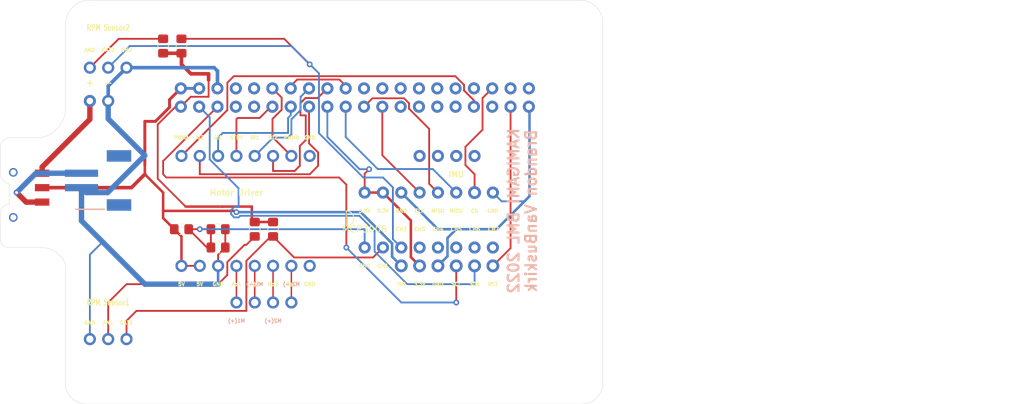
<source format=kicad_pcb>
(kicad_pcb (version 20211014) (generator pcbnew)
  (layers (0 "F.Cu" signal) (31 "B.Cu" signal) (34 "B.Paste" user) (35 "F.Paste" user) (36 "B.SilkS" user "B.Silkscreen") (37 "F.SilkS" user "F.Silkscreen") (38 "B.Mask" user) (39 "F.Mask" user) (44 "Edge.Cuts" user))
  (net 0 "")
  (net 1 "5.0V")
  (net 2 "SDA")
  (net 3 "SCL")
  (net 4 "GPIO4")
  (net 5 "GPIO17")
  (net 6 "GPIO27")
  (net 7 "GPIO22")
  (net 8 "SPI_MOSI")
  (net 9 "SPI_MISO")
  (net 10 "SPI_SCLK")
  (net 11 "GPIO5")
  (net 12 "GPIO6")
  (net 13 "GPIO13")
  (net 14 "GPIO19")
  (net 15 "GPIO26")
  (net 16 "3.3V")
  (net 17 "GND")
  (net 18 "TXD")
  (net 19 "RXD")
  (net 20 "GPIO18")
  (net 21 "GPIO24")
  (net 22 "GPIO25")
  (net 23 "SPI_CE0")
  (net 24 "SPI_CE1")
  (net 25 "EECLK")
  (net 26 "GPIO16")
  (net 27 "GPIO20")
  (net 28 "GPIO21")
  (net 29 "GPIO23")
  (net 30 "EEDATA")
  (net 31 "GPIO12")
  (net 32 "AN1")
  (net 33 "AN2")
  (net 34 "CH1")
  (net 35 "CH2")
  (net 36 "CH0")
  (net 37 "CHRGR")
  (net 38 "M1+")
  (net 39 "M1-")
  (net 40 "M2+")
  (net 41 "M2-")
  (net 42 "Batt+")
  (footprint "" (layer "F.Cu") (at 154.94 116.84)
    (fp_text reference "")
    (fp_text value "")
  )
  (footprint "" (layer "F.Cu") (at 160.02 116.84)
    (fp_text reference "")
    (fp_text value "")
  )
  (footprint "" (layer "F.Cu") (at 165.1 116.84)
    (fp_text reference "")
    (fp_text value "")
  )
  (footprint "" (layer "F.Cu") (at 149.86 114.3)
    (fp_text reference "")
    (fp_text value "")
  )
  (footprint "" (layer "F.Cu") (at 137.16 101.6 180)
    (fp_text reference "")
    (fp_text value "")
  )
  (footprint "Resistor_SMD:R_0805_2012Metric_Pad1.20x1.40mm_HandSolder" (layer "F.Cu") (at 124.46 111.76)
    (fp_text reference "")
    (fp_text value "180k")
  )
  (footprint "" (layer "F.Cu") (at 124.46 83.82)
    (fp_text reference "")
    (fp_text value "")
  )
  (footprint "" (layer "F.Cu") (at 132.08 101.6 180)
    (fp_text reference "")
    (fp_text value "")
  )
  (footprint "Resistor_SMD:R_0805_2012Metric_Pad1.20x1.40mm_HandSolder" (layer "F.Cu") (at 124.46 86.36 -90)
    (fp_text reference "")
    (fp_text value "10k")
  )
  (footprint "" (layer "F.Cu") (at 152.4 114.3)
    (fp_text reference "")
    (fp_text value "")
  )
  (footprint "" (layer "F.Cu") (at 149.86 106.68)
    (fp_text reference "")
    (fp_text value "")
  )
  (footprint "" (layer "F.Cu") (at 165.1 106.68)
    (fp_text reference "")
    (fp_text value "")
  )
  (footprint "" (layer "F.Cu") (at 119.38 83.82)
    (fp_text reference "")
    (fp_text value "")
  )
  (footprint "" (layer "F.Cu") (at 114.3 86.36)
    (fp_text reference "")
    (fp_text value "")
  )
  (footprint "" (layer "F.Cu") (at 154.94 114.3)
    (fp_text reference "")
    (fp_text value "")
  )
  (footprint "" (layer "F.Cu") (at 175.26 127)
    (fp_text reference "")
    (fp_text value "")
  )
  (footprint "" (layer "F.Cu") (at 137.16 116.84 180)
    (fp_text reference "")
    (fp_text value "")
  )
  (footprint "" (layer "F.Cu") (at 157.48 114.3)
    (fp_text reference "")
    (fp_text value "")
  )
  (footprint "" (layer "F.Cu") (at 129.54 116.84 180)
    (fp_text reference "")
    (fp_text value "")
  )
  (footprint "PI_BONNET_NODIM" (layer "F.Cu") (at 116.000757 120.003271)
    (fp_text reference "RPI1" hide)
    (fp_text value "KamiPCB" hide)
  )
  (footprint "" (layer "F.Cu") (at 137.16 121.92)
    (fp_text reference "")
    (fp_text value "")
  )
  (footprint "" (layer "F.Cu") (at 134.62 122.180029)
    (fp_text reference "")
    (fp_text value "")
  )
  (footprint "" (layer "F.Cu") (at 127 101.6 180)
    (fp_text reference "")
    (fp_text value "")
  )
  (footprint "" (layer "F.Cu") (at 124.46 116.84 180)
    (fp_text reference "")
    (fp_text value "")
  )
  (footprint "" (layer "F.Cu") (at 129.54 101.6 180)
    (fp_text reference "")
    (fp_text value "")
  )
  (footprint "" (layer "F.Cu") (at 167.64 106.68)
    (fp_text reference "")
    (fp_text value "")
  )
  (footprint "" (layer "F.Cu") (at 111.76 86.36)
    (fp_text reference "")
    (fp_text value "")
  )
  (footprint "" (layer "F.Cu") (at 154.94 106.68)
    (fp_text reference "")
    (fp_text value "")
  )
  (footprint "Resistor_SMD:R_0805_2012Metric_Pad1.20x1.40mm_HandSolder" (layer "F.Cu") (at 129.54 111.76)
    (fp_text reference "")
    (fp_text value "0.1uF")
  )
  (footprint "Resistor_SMD:R_0805_2012Metric_Pad1.20x1.40mm_HandSolder" (layer "F.Cu") (at 134.62 111.76 90)
    (fp_text reference "")
    (fp_text value "100")
  )
  (footprint "" (layer "F.Cu") (at 139.7 121.92)
    (fp_text reference "")
    (fp_text value "")
  )
  (footprint "" (layer "F.Cu") (at 111.76 93.98)
    (fp_text reference "")
    (fp_text value "")
  )
  (footprint "" (layer "F.Cu") (at 139.7 101.6 180)
    (fp_text reference "")
    (fp_text value "")
  )
  (footprint "" (layer "F.Cu") (at 124.46 101.6 180)
    (fp_text reference "")
    (fp_text value "")
  )
  (footprint "" (layer "F.Cu") (at 165.1 114.3)
    (fp_text reference "")
    (fp_text value "")
  )
  (footprint "" (layer "F.Cu") (at 160.02 106.68)
    (fp_text reference "")
    (fp_text value "")
  )
  (footprint "" (layer "F.Cu") (at 114.3 127)
    (fp_text reference "")
    (fp_text value "")
  )
  (footprint "" (layer "F.Cu") (at 111.76 127)
    (fp_text reference "")
    (fp_text value "")
  )
  (footprint "" (layer "F.Cu") (at 167.64 116.84)
    (fp_text reference "")
    (fp_text value "")
  )
  (footprint "" (layer "F.Cu") (at 101.6 101.6)
    (fp_text reference "")
    (fp_text value "")
  )
  (footprint "" (layer "F.Cu") (at 152.4 106.68)
    (fp_text reference "")
    (fp_text value "")
  )
  (footprint "" (layer "F.Cu") (at 160.02 114.3)
    (fp_text reference "")
    (fp_text value "")
  )
  (footprint "" (layer "F.Cu") (at 139.7 116.84 180)
    (fp_text reference "")
    (fp_text value "")
  )
  (footprint "" (layer "F.Cu") (at 167.64 114.3)
    (fp_text reference "")
    (fp_text value "")
  )
  (footprint "" (layer "F.Cu") (at 119.38 127)
    (fp_text reference "")
    (fp_text value "")
  )
  (footprint "" (layer "F.Cu") (at 127 127)
    (fp_text reference "")
    (fp_text value "")
  )
  (footprint "" (layer "F.Cu") (at 134.62 116.84 180)
    (fp_text reference "")
    (fp_text value "")
  )
  (footprint "clipboard:92cc7493-65be-4ec2-8642-ce3194bf1ce3" (layer "F.Cu") (at 101.14 110.125 -90)
    (fp_text reference "")
    (fp_text value "")
  )
  (footprint "" (layer "F.Cu") (at 162.56 106.68)
    (fp_text reference "")
    (fp_text value "")
  )
  (footprint "" (layer "F.Cu") (at 142.24 101.6 180)
    (fp_text reference "")
    (fp_text value "")
  )
  (footprint "Resistor_SMD:R_0805_2012Metric_Pad1.20x1.40mm_HandSolder" (layer "F.Cu") (at 137.16 111.76 90)
    (fp_text reference "")
    (fp_text value "10k")
  )
  (footprint "" (layer "F.Cu") (at 162.56 101.6)
    (fp_text reference "")
    (fp_text value "")
  )
  (footprint "" (layer "F.Cu") (at 157.48 101.6)
    (fp_text reference "")
    (fp_text value "")
  )
  (footprint "" (layer "F.Cu") (at 142.24 116.84 180)
    (fp_text reference "")
    (fp_text value "")
  )
  (footprint "" (layer "F.Cu") (at 162.56 114.3)
    (fp_text reference "")
    (fp_text value "")
  )
  (footprint "" (layer "F.Cu") (at 157.48 116.84)
    (fp_text reference "")
    (fp_text value "")
  )
  (footprint "" (layer "F.Cu") (at 160.02 101.6)
    (fp_text reference "")
    (fp_text value "")
  )
  (footprint "" (layer "F.Cu") (at 134.62 101.6 180)
    (fp_text reference "")
    (fp_text value "")
  )
  (footprint "Resistor_SMD:R_0805_2012Metric_Pad1.20x1.40mm_HandSolder" (layer "F.Cu") (at 129.54 114.3)
    (fp_text reference "")
    (fp_text value "100k")
  )
  (footprint "" (layer "F.Cu") (at 127 116.84 180)
    (fp_text reference "")
    (fp_text value "")
  )
  (footprint "" (layer "F.Cu") (at 162.56 116.84)
    (fp_text reference "")
    (fp_text value "")
  )
  (footprint "" (layer "F.Cu") (at 132.08 124.723329)
    (fp_text reference "")
    (fp_text value "")
  )
  (footprint "" (layer "F.Cu") (at 132.08 116.84 180)
    (fp_text reference "")
    (fp_text value "")
  )
  (footprint "" (layer "F.Cu") (at 116.84 86.36)
    (fp_text reference "")
    (fp_text value "")
  )
  (footprint "" (layer "F.Cu") (at 157.48 106.68)
    (fp_text reference "")
    (fp_text value "")
  )
  (footprint "" (layer "F.Cu") (at 165.1 83.82)
    (fp_text reference "")
    (fp_text value "")
  )
  (footprint "JSTPH2" (layer "F.Cu") (at 114.3 105 -90)
    (fp_text reference "X1" hide)
    (fp_text value "")
  )
  (footprint "" (layer "F.Cu") (at 116.84 127)
    (fp_text reference "")
    (fp_text value "")
  )
  (footprint "" (layer "F.Cu") (at 114.3 93.98 180)
    (fp_text reference "")
    (fp_text value "")
  )
  (footprint "" (layer "F.Cu") (at 104.14 111.76)
    (fp_text reference "")
    (fp_text value "")
  )
  (footprint "" (layer "F.Cu") (at 165.1 101.6)
    (fp_text reference "")
    (fp_text value "")
  )
  (footprint "Resistor_SMD:R_0805_2012Metric_Pad1.20x1.40mm_HandSolder" (layer "F.Cu") (at 121.92 86.36 -90)
    (fp_text reference "")
    (fp_text value "100")
  )
  (gr_line (start 147.32 109.22) (end 147.32 111.3) (layer "F.SilkS") (width 0.12))
  (gr_arc (start 147.32 109.22) (mid 148.36 110.26) (end 147.32 111.3) (layer "F.SilkS") (width 0.12))
  (gr_arc (start 179.88 80.003271) (mid 181.954027 80.929282) (end 182.88 83.0033) (layer "Edge.Cuts") (width 0.05))
  (gr_line (start 182.88 133.003329) (end 182.88 83.0033) (layer "Edge.Cuts") (width 0.05))
  (gr_line (start 104.990378 114.3) (end 100.6 114.3) (layer "Edge.Cuts") (width 0.05))
  (gr_line (start 119.127757 136.0033) (end 180.007 136.0033) (layer "Edge.Cuts") (width 0.05))
  (gr_arc (start 99.33 100.524833) (mid 99.661687 99.529453) (end 100.6 99.06) (layer "Edge.Cuts") (width 0.05))
  (gr_arc (start 104.990378 114.3) (mid 107.059333 114.916852) (end 108.380778 116.62415) (layer "Edge.Cuts") (width 0.05))
  (gr_arc (start 108.380757 94.5433) (mid 107.545516 97.447149) (end 104.990378 99.06) (layer "Edge.Cuts") (width 0.05))
  (gr_arc (start 99.33 109.684833) (mid 99.649436 108.730127) (end 100.5775 108.34) (layer "Edge.Cuts") (width 0.05))
  (gr_line (start 111.3808 136.0033) (end 119.127757 136.0033) (layer "Edge.Cuts") (width 0.05))
  (gr_line (start 99.33 104.14) (end 99.33 100.524833) (layer "Edge.Cuts") (width 0.05))
  (gr_line (start 108.380757 94.5433) (end 108.380757 83.401315) (layer "Edge.Cuts") (width 0.05))
  (gr_arc (start 182.88 133.003329) (mid 182.074957 135.108039) (end 180.007 136.0033) (layer "Edge.Cuts") (width 0.05))
  (gr_arc (start 100.6 114.3) (mid 99.782504 114.03177) (end 99.33 113.3) (layer "Edge.Cuts") (width 0.05))
  (gr_line (start 116.000757 117.003271) (end 116.000757 117.003271) (layer "Edge.Cuts") (width 0.05))
  (gr_line (start 100.5775 108.34) (end 100.577496 105.48) (layer "Edge.Cuts") (width 0.05))
  (gr_arc (start 111.3808 136.0033) (mid 109.436448 135.340659) (end 108.380757 133.578548) (layer "Edge.Cuts") (width 0.05))
  (gr_line (start 179.88 80.003271) (end 119.035189 80.0033) (layer "Edge.Cuts") (width 0.05))
  (gr_line (start 111.380757 80.0033) (end 119.035189 80.0033) (layer "Edge.Cuts") (width 0.05))
  (gr_line (start 100.6 99.06) (end 104.990378 99.06) (layer "Edge.Cuts") (width 0.05))
  (gr_arc (start 100.577496 105.48) (mid 99.718461 105.029045) (end 99.33 104.14) (layer "Edge.Cuts") (width 0.05))
  (gr_arc (start 108.380757 83.401315) (mid 109.238073 81.134902) (end 111.380757 80.0033) (layer "Edge.Cuts") (width 0.05))
  (gr_line (start 99.33 113.3) (end 99.33 109.684833) (layer "Edge.Cuts") (width 0.05))
  (gr_line (start 108.380757 133.578548) (end 108.380778 116.62415) (layer "Edge.Cuts") (width 0.05))
  (gr_text "KAMIGAMI BML 2022\nBrandon VanBuskirk" (at 171.72 109.22 90) (layer "B.SilkS") (effects (font (size 1.5 1.5) (thickness 0.3)) (justify mirror)))
  (gr_text "M1(+)" (at 132.08 124.46) (layer "B.SilkS") (effects (font (size 0.5 0.5) (thickness 0.125)) (justify mirror)))
  (gr_text "M1(-)" (at 134.62 119.38) (layer "B.SilkS") (effects (font (size 0.5 0.5) (thickness 0.125)) (justify mirror)))
  (gr_text "M2(-)" (at 139.7 119.38) (layer "B.SilkS") (effects (font (size 0.5 0.5) (thickness 0.125)) (justify mirror)))
  (gr_text "M2(+)" (at 137.16 124.46) (layer "B.SilkS") (effects (font (size 0.5 0.5) (thickness 0.125)) (justify mirror)))
  (gr_text "SDA" (at 165.1 119.38) (layer "F.SilkS") (effects (font (size 0.5 0.5) (thickness 0.125))))
  (gr_text "GND" (at 160.02 119.38) (layer "F.SilkS") (effects (font (size 0.5 0.5) (thickness 0.125))))
  (gr_text "CAT1" (at 116.84 124.720029) (layer "F.SilkS") (effects (font (size 0.5 0.5) (thickness 0.125))))
  (gr_text "-" (at 114.3 91.44) (layer "F.SilkS") (effects (font (size 1 1))))
  (gr_text "RPM Sensor2\n" (at 114.3 83.82) (layer "F.SilkS") (effects (font (size 0.8 0.6))))
  (gr_text "GND" (at 142.24 99.06) (layer "F.SilkS") (effects (font (size 0.5 0.5) (thickness 0.125))))
  (gr_text "CH4" (at 160.02 111.76) (layer "F.SilkS") (effects (font (size 0.5 0.5) (thickness 0.125))))
  (gr_text "GND" (at 129.54 119.38) (layer "F.SilkS") (effects (font (size 0.5 0.5) (thickness 0.125))))
  (gr_text "GND" (at 111.76 124.741416) (layer "F.SilkS") (effects (font (size 0.5 0.5) (thickness 0.125))))
  (gr_text "CH7" (at 167.721799 111.76) (layer "F.SilkS") (effects (font (size 0.5 0.5) (thickness 0.125))))
  (gr_text "GND" (at 167.64 109.22) (layer "F.SilkS") (effects (font (size 0.5 0.5) (thickness 0.125))))
  (gr_text "5V" (at 127 119.38) (layer "F.SilkS") (effects (font (size 0.5 0.5) (thickness 0.125))))
  (gr_text "PWMA" (at 124.46 99.06) (layer "F.SilkS") (effects (font (size 0.5 0.5) (thickness 0.125))))
  (gr_text "CAT2" (at 114.3 86.9) (layer "F.SilkS") (effects (font (size 0.5 0.5) (thickness 0.125))))
  (gr_text "PWMB" (at 139.7 99.06) (layer "F.SilkS") (effects (font (size 0.5 0.5) (thickness 0.125))))
  (gr_text "GND" (at 142.24 119.38) (layer "F.SilkS") (effects (font (size 0.5 0.5) (thickness 0.125))))
  (gr_text "CS" (at 165.1 109.22) (layer "F.SilkS") (effects (font (size 0.5 0.5) (thickness 0.125))))
  (gr_text "Bo1" (at 139.7 119.38) (layer "F.SilkS") (effects (font (size 0.5 0.5) (thickness 0.125))))
  (gr_text "Ai1" (at 129.54 99.06) (layer "F.SilkS") (effects (font (size 0.5 0.5) (thickness 0.125))))
  (gr_text "Ao1" (at 132.08 119.38) (layer "F.SilkS") (effects (font (size 0.5 0.5) (thickness 0.125))))
  (gr_text "CH0" (at 149.86 116.84) (layer "F.SilkS") (effects (font (size 0.5 0.5) (thickness 0.125))))
  (gr_text "CH5" (at 162.56 111.76) (layer "F.SilkS") (effects (font (size 0.5 0.5) (thickness 0.125))))
  (gr_text "Bi2" (at 137.16 99.06) (layer "F.SilkS") (effects (font (size 0.5 0.5) (thickness 0.125))))
  (gr_text "CH3" (at 157.48 111.76) (layer "F.SilkS") (effects (font (size 0.5 0.5) (thickness 0.125))))
  (gr_text "3.3V" (at 149.86 109.22) (layer "F.SilkS") (effects (font (size 0.5 0.5) (thickness 0.125))))
  (gr_text "RPM Sensor1" (at 114.3 121.92) (layer "F.SilkS") (effects (font (size 0.8 0.6))))
  (gr_text "AN1" (at 114.3 124.720029) (layer "F.SilkS") (effects (font (size 0.5 0.5) (thickness 0.125))))
  (gr_text "MOSI" (at 162.56 109.22) (layer "F.SilkS") (effects (font (size 0.5 0.5) (thickness 0.125))))
  (gr_text "RST" (at 167.64 119.38) (layer "F.SilkS") (effects (font (size 0.5 0.5) (thickness 0.125))))
  (gr_text "SCL" (at 162.56 119.38) (layer "F.SilkS") (effects (font (size 0.5 0.5) (thickness 0.125))))
  (gr_text "+" (at 111.76 91.44) (layer "F.SilkS") (effects (font (size 1 1))))
  (gr_text "CH6" (at 165.1 111.76) (layer "F.SilkS") (effects (font (size 0.5 0.5) (thickness 0.125))))
  (gr_text "AN2" (at 111.76 86.921387) (layer "F.SilkS") (effects (font (size 0.5 0.5) (thickness 0.125))))
  (gr_text "CH1" (at 152.4 116.84) (layer "F.SilkS") (effects (font (size 0.5 0.5) (thickness 0.125))))
  (gr_text "MISO" (at 160.02 109.22) (layer "F.SilkS") (effects (font (size 0.5 0.5) (thickness 0.125))))
  (gr_text "MCP3008" (at 149.86 111.76) (layer "F.SilkS") (effects (font (size 0.89408 0.89408) (thickness 0.12192))))
  (gr_text "5V" (at 124.46 119.38) (layer "F.SilkS") (effects (font (size 0.5 0.5) (thickness 0.125))))
  (gr_text "Motor Driver" (at 132.08 106.68) (layer "F.SilkS") (effects (font (size 0.8 0.8))))
  (gr_text "VIN" (at 154.94 119.38) (layer "F.SilkS") (effects (font (size 0.5 0.5) (thickness 0.125))))
  (gr_text "CH2" (at 154.94 111.76) (layer "F.SilkS") (effects (font (size 0.5 0.5) (thickness 0.125))))
  (gr_text "GND" (at 116.84 86.9) (layer "F.SilkS") (effects (font (size 0.5 0.5) (thickness 0.125))))
  (gr_text "STBY" (at 132.08 99.06) (layer "F.SilkS") (effects (font (size 0.5 0.5) (thickness 0.125))))
  (gr_text "3.3V" (at 157.48 119.38) (layer "F.SilkS") (effects (font (size 0.5 0.5) (thickness 0.125))))
  (gr_text "Bo2" (at 137.16 119.38) (layer "F.SilkS") (effects (font (size 0.5 0.5) (thickness 0.125))))
  (gr_text "Ai2" (at 127 99.06) (layer "F.SilkS") (effects (font (size 0.5 0.5) (thickness 0.125))))
  (gr_text "3.3V" (at 152.4 109.22) (layer "F.SilkS") (effects (font (size 0.5 0.5) (thickness 0.125))))
  (gr_text "IMU" (at 162.56 104.14) (layer "F.SilkS") (effects (font (size 0.8 0.8))))
  (gr_text "GND" (at 154.94 109.22) (layer "F.SilkS") (effects (font (size 0.5 0.5) (thickness 0.125))))
  (gr_text "Bi1" (at 134.62 99.06) (layer "F.SilkS") (effects (font (size 0.5 0.5) (thickness 0.125))))
  (gr_text "CLK" (at 157.48 109.22) (layer "F.SilkS") (effects (font (size 0.5 0.5) (thickness 0.125))))
  (gr_text "Ao2" (at 134.62 119.38) (layer "F.SilkS") (effects (font (size 0.5 0.5) (thickness 0.125))))
  (segment (start 121.92 106.68) (end 121.92 109.22) (width 0.35) (layer "F.Cu") (net 1))
  (segment (start 117.52 106) (end 105.14 106) (width 0.5) (layer "F.Cu") (net 1))
  (segment (start 131.903 109.22) (end 132.08 109.397) (width 0.35) (layer "F.Cu") (net 1))
  (segment (start 119.38 104.14) (end 121.92 106.68) (width 0.35) (layer "F.Cu") (net 1))
  (segment (start 117.52 106) (end 119.38 104.14) (width 0.5) (layer "F.Cu") (net 1))
  (segment (start 121.92 109.22) (end 121.92 110.22) (width 0.35) (layer "F.Cu") (net 1))
  (segment (start 121.92 109.22) (end 131.903 109.22) (width 0.35) (layer "F.Cu") (net 1))
  (segment (start 122.803957 94.85482) (end 120.852306 96.806471) (width 0.4064) (layer "F.Cu") (net 1))
  (segment (start 124.46 112.76) (end 124.46 116.84) (width 0.35) (layer "F.Cu") (net 1))
  (segment (start 119.38 96.806471) (end 119.38 102.87) (width 0.4064) (layer "F.Cu") (net 1))
  (segment (start 123.46 111.76) (end 124.46 112.76) (width 0.35) (layer "F.Cu") (net 1))
  (segment (start 122.803957 93.800071) (end 122.803957 94.85482) (width 0.4064) (layer "F.Cu") (net 1))
  (segment (start 127 116.84) (end 124.46 116.84) (width 0.25) (layer "F.Cu") (net 1))
  (segment (start 124.370757 92.233271) (end 122.803957 93.800071) (width 0.4064) (layer "F.Cu") (net 1))
  (segment (start 120.852306 96.806471) (end 119.38 96.806471) (width 0.4064) (layer "F.Cu") (net 1))
  (segment (start 119.38 104.14) (end 119.38 102.87) (width 0.35) (layer "F.Cu") (net 1))
  (segment (start 121.92 110.22) (end 123.46 111.76) (width 0.35) (layer "F.Cu") (net 1))
  (via (at 132.08 109.397) (size 0.8) (drill 0.4) (layers "F.Cu" "B.Cu") (net 1))
  (segment (start 153.665722 113.732829) (end 153.665722 115.565722) (width 0.35) (layer "B.Cu") (net 1))
  (segment (start 132.08 109.397) (end 149.329893 109.397) (width 0.35) (layer "B.Cu") (net 1))
  (segment (start 149.329893 109.397) (end 153.665722 113.732829) (width 0.35) (layer "B.Cu") (net 1))
  (segment (start 153.665722 115.565722) (end 154.94 116.84) (width 0.35) (layer "B.Cu") (net 1))
  (segment (start 124.370757 92.233271) (end 126.910757 92.233271) (width 0.4064) (layer "B.Cu") (net 1))
  (segment (start 165.546856 101.6) (end 165.1 101.6) (width 0.25) (layer "F.Cu") (net 2))
  (segment (start 132.380305 108.672) (end 131.779695 108.672) (width 0.25) (layer "B.Cu") (net 2))
  (segment (start 155.763144 119.38) (end 165.1 119.38) (width 0.25) (layer "B.Cu") (net 2))
  (segment (start 151.2368 114.853656) (end 155.763144 119.38) (width 0.25) (layer "B.Cu") (net 2))
  (segment (start 151.2368 112.011013) (end 151.2368 114.853656) (width 0.25) (layer "B.Cu") (net 2))
  (segment (start 128.3768 102.081814) (end 132.380305 106.085319) (width 0.25) (layer "B.Cu") (net 2))
  (segment (start 131.779695 108.672) (end 131.355 109.096695) (width 0.25) (layer "B.Cu") (net 2))
  (segment (start 126.910757 94.773271) (end 128.3768 96.239314) (width 0.25) (layer "B.Cu") (net 2))
  (segment (start 131.355 109.697305) (end 131.779695 110.122) (width 0.25) (layer "B.Cu") (net 2))
  (segment (start 132.605305 109.897) (end 149.122787 109.897) (width 0.25) (layer "B.Cu") (net 2))
  (segment (start 131.779695 110.122) (end 132.380305 110.122) (width 0.25) (layer "B.Cu") (net 2))
  (segment (start 131.355 109.096695) (end 131.355 109.697305) (width 0.25) (layer "B.Cu") (net 2))
  (segment (start 132.380305 110.122) (end 132.605305 109.897) (width 0.25) (layer "B.Cu") (net 2))
  (segment (start 149.122787 109.897) (end 151.2368 112.011013) (width 0.25) (layer "B.Cu") (net 2))
  (segment (start 132.380305 106.085319) (end 132.380305 108.672) (width 0.25) (layer "B.Cu") (net 2))
  (segment (start 165.1 119.38) (end 165.1 116.84) (width 0.25) (layer "B.Cu") (net 2))
  (segment (start 128.3768 96.239314) (end 128.3768 102.081814) (width 0.25) (layer "B.Cu") (net 2))
  (segment (start 147.32 114.3) (end 147.32 105.583243) (width 0.25) (layer "F.Cu") (net 3))
  (segment (start 147.32 105.583243) (end 146.328757 104.592) (width 0.25) (layer "F.Cu") (net 3))
  (segment (start 121.92 102.304028) (end 129.450757 94.773271) (width 0.25) (layer "F.Cu") (net 3))
  (segment (start 121.92 104.14) (end 121.92 102.304028) (width 0.25) (layer "F.Cu") (net 3))
  (segment (start 162.56 121.92) (end 162.56 116.84) (width 0.25) (layer "F.Cu") (net 3))
  (segment (start 146.328757 104.592) (end 122.372 104.592) (width 0.25) (layer "F.Cu") (net 3))
  (segment (start 122.372 104.592) (end 121.92 104.14) (width 0.25) (layer "F.Cu") (net 3))
  (via (at 147.32 114.3) (size 0.8) (drill 0.4) (layers "F.Cu" "B.Cu") (net 3))
  (via (at 162.56 121.92) (size 0.8) (drill 0.4) (layers "F.Cu" "B.Cu") (net 3))
  (segment (start 147.32 114.3) (end 154.94 121.92) (width 0.25) (layer "B.Cu") (net 3))
  (segment (start 154.94 121.92) (end 162.56 121.92) (width 0.25) (layer "B.Cu") (net 3))
  (segment (start 135.304757 96.338271) (end 136.869757 94.773271) (width 0.254) (layer "F.Cu") (net 5))
  (segment (start 132.077514 96.517514) (end 132.08 96.52) (width 0.254) (layer "F.Cu") (net 5))
  (segment (start 132.08 96.52) (end 132.08 101.6) (width 0.254) (layer "F.Cu") (net 5))
  (segment (start 132.077514 96.517514) (end 132.256757 96.338271) (width 0.254) (layer "F.Cu") (net 5))
  (segment (start 136.869757 94.773271) (end 137.070757 94.773271) (width 0.254) (layer "F.Cu") (net 5))
  (segment (start 132.256757 96.338271) (end 135.304757 96.338271) (width 0.254) (layer "F.Cu") (net 5))
  (segment (start 139.2428 96.330622) (end 139.2428 98.413422) (width 0.254) (layer "B.Cu") (net 6))
  (segment (start 130.186578 98.413422) (end 129.54 99.06) (width 0.254) (layer "B.Cu") (net 6))
  (segment (start 139.2428 98.413422) (end 130.186578 98.413422) (width 0.254) (layer "B.Cu") (net 6))
  (segment (start 139.610757 95.962665) (end 139.2428 96.330622) (width 0.254) (layer "B.Cu") (net 6))
  (segment (start 129.54 99.06) (end 129.54 101.6) (width 0.254) (layer "B.Cu") (net 6))
  (segment (start 139.610757 94.773271) (end 139.610757 95.962665) (width 0.254) (layer "B.Cu") (net 6))
  (segment (start 127 104.14) (end 142.24 104.14) (width 0.254) (layer "F.Cu") (net 7))
  (segment (start 142.150757 99.858389) (end 142.150757 94.773271) (width 0.254) (layer "F.Cu") (net 7))
  (segment (start 127 101.6) (end 127 104.14) (width 0.254) (layer "F.Cu") (net 7))
  (segment (start 142.24 104.14) (end 143.4084 102.9716) (width 0.254) (layer "F.Cu") (net 7))
  (segment (start 143.4084 101.116032) (end 142.150757 99.858389) (width 0.254) (layer "F.Cu") (net 7))
  (segment (start 143.4084 102.9716) (end 143.4084 101.116032) (width 0.254) (layer "F.Cu") (net 7))
  (segment (start 162.56 106.68) (end 159.295 103.415) (width 0.25) (layer "B.Cu") (net 8))
  (segment (start 159.295 103.415) (end 151.675 103.415) (width 0.25) (layer "B.Cu") (net 8))
  (segment (start 147.230757 98.970757) (end 147.230757 94.773271) (width 0.25) (layer "B.Cu") (net 8))
  (segment (start 151.675 103.415) (end 147.230757 98.970757) (width 0.25) (layer "B.Cu") (net 8))
  (segment (start 158.806 97.846) (end 156.013957 95.053957) (width 0.25) (layer "F.Cu") (net 9))
  (segment (start 155.332571 93.610071) (end 150.933957 93.610071) (width 0.25) (layer "F.Cu") (net 9))
  (segment (start 158.806 105.466) (end 158.806 97.846) (width 0.25) (layer "F.Cu") (net 9))
  (segment (start 156.013957 94.291457) (end 155.332571 93.610071) (width 0.25) (layer "F.Cu") (net 9))
  (segment (start 150.933957 93.610071) (end 149.770757 94.773271) (width 0.25) (layer "F.Cu") (net 9))
  (segment (start 160.02 106.68) (end 158.806 105.466) (width 0.25) (layer "F.Cu") (net 9))
  (segment (start 156.013957 95.053957) (end 156.013957 94.291457) (width 0.25) (layer "F.Cu") (net 9))
  (segment (start 152.310757 101.510757) (end 157.48 106.68) (width 0.25) (layer "F.Cu") (net 10))
  (segment (start 152.310757 94.773271) (end 152.310757 101.510757) (width 0.25) (layer "F.Cu") (net 10))
  (segment (start 162.436925 90.547071) (end 131.715286 90.547071) (width 0.254) (layer "F.Cu") (net 13))
  (segment (start 130.822357 91.44) (end 130.822357 95.237643) (width 0.254) (layer "F.Cu") (net 13))
  (segment (start 165.010757 94.773271) (end 165.010757 93.890757) (width 0.254) (layer "F.Cu") (net 13))
  (segment (start 163.639157 91.749303) (end 162.436925 90.547071) (width 0.254) (layer "F.Cu") (net 13))
  (segment (start 130.822357 95.237643) (end 124.46 101.6) (width 0.254) (layer "F.Cu") (net 13))
  (segment (start 163.639157 92.519157) (end 163.639157 91.749303) (width 0.254) (layer "F.Cu") (net 13))
  (segment (start 165.010757 93.890757) (end 163.639157 92.519157) (width 0.254) (layer "F.Cu") (net 13))
  (segment (start 131.715286 90.547071) (end 130.822357 91.44) (width 0.254) (layer "F.Cu") (net 13))
  (segment (start 170.090757 114.389243) (end 167.64 116.84) (width 0.25) (layer "F.Cu") (net 15))
  (segment (start 170.090757 94.773271) (end 170.090757 114.389243) (width 0.25) (layer "F.Cu") (net 15))
  (segment (start 134.2175 110.3575) (end 134.62 110.76) (width 0.35) (layer "F.Cu") (net 16))
  (segment (start 125.747557 93.396471) (end 128.223934 93.396471) (width 0.25) (layer "F.Cu") (net 16))
  (segment (start 152.4 106.68) (end 156.2668 110.5468) (width 0.35) (layer "F.Cu") (net 16))
  (segment (start 124.370757 94.773271) (end 123.632494 94.773271) (width 0.25) (layer "F.Cu") (net 16))
  (segment (start 134.62 110.76) (end 137.16 110.76) (width 0.35) (layer "F.Cu") (net 16))
  (segment (start 123.632494 94.773271) (end 121.169441 97.236324) (width 0.25) (layer "F.Cu") (net 16))
  (segment (start 124.370757 94.773271) (end 125.747557 93.396471) (width 0.25) (layer "F.Cu") (net 16))
  (segment (start 125.776066 90.216066) (end 128.223934 90.216066) (width 0.5) (layer "F.Cu") (net 16))
  (segment (start 134.2175 108.6225) (end 134.2175 110.3575) (width 0.35) (layer "F.Cu") (net 16))
  (segment (start 125.033752 108.6225) (end 130.1375 108.6225) (width 0.35) (layer "F.Cu") (net 16))
  (segment (start 125.776066 90.216066) (end 124.46 88.9) (width 0.5) (layer "F.Cu") (net 16))
  (segment (start 149.86 106.68) (end 152.4 106.68) (width 0.35) (layer "F.Cu") (net 16))
  (segment (start 149.86 104.06) (end 149.86 106.68) (width 0.25) (layer "F.Cu") (net 16))
  (segment (start 128.223934 93.396471) (end 128.223934 91.070071) (width 0.25) (layer "F.Cu") (net 16))
  (segment (start 156.2668 110.5468) (end 156.2668 115.6268) (width 0.35) (layer "F.Cu") (net 16))
  (segment (start 124.46 88.9) (end 124.46 87.36) (width 0.5) (layer "F.Cu") (net 16))
  (segment (start 150.48 103.44) (end 149.86 104.06) (width 0.25) (layer "F.Cu") (net 16))
  (segment (start 156.2668 115.6268) (end 157.48 116.84) (width 0.35) (layer "F.Cu") (net 16))
  (segment (start 130.1375 108.6225) (end 134.2175 108.6225) (width 0.35) (layer "F.Cu") (net 16))
  (segment (start 121.169441 97.236324) (end 121.169441 104.758189) (width 0.25) (layer "F.Cu") (net 16))
  (segment (start 128.223934 90.216066) (end 128.223934 91.070071) (width 0.5) (layer "F.Cu") (net 16))
  (segment (start 121.169441 104.758189) (end 125.033752 108.6225) (width 0.25) (layer "F.Cu") (net 16))
  (segment (start 124.46 87.36) (end 121.92 87.36) (width 0.5) (layer "F.Cu") (net 16))
  (via (at 150.48 103.44) (size 0.8) (drill 0.4) (layers "F.Cu" "B.Cu") (net 16))
  (segment (start 144.690757 94.773271) (end 144.690757 98.970757) (width 0.25) (layer "B.Cu") (net 16))
  (segment (start 144.690757 98.970757) (end 149.16 103.44) (width 0.25) (layer "B.Cu") (net 16))
  (segment (start 149.16 103.44) (end 150.48 103.44) (width 0.25) (layer "B.Cu") (net 16))
  (segment (start 129.54 115.3) (end 129.54 116.84) (width 0.25) (layer "F.Cu") (net 17))
  (segment (start 146.353757 91.004271) (end 147.230757 91.881271) (width 0.254) (layer "F.Cu") (net 17))
  (segment (start 147.230757 91.881271) (end 147.230757 92.233271) (width 0.254) (layer "F.Cu") (net 17))
  (segment (start 130.54 114.3) (end 129.54 115.3) (width 0.25) (layer "F.Cu") (net 17))
  (segment (start 139.610757 91.905271) (end 140.511757 91.004271) (width 0.254) (layer "F.Cu") (net 17))
  (segment (start 140.511757 91.004271) (end 146.353757 91.004271) (width 0.254) (layer "F.Cu") (net 17))
  (segment (start 139.610757 92.233271) (end 139.610757 91.905271) (width 0.254) (layer "F.Cu") (net 17))
  (segment (start 130.54 111.76) (end 130.54 114.3) (width 0.25) (layer "F.Cu") (net 17))
  (segment (start 129.54 119.38) (end 129.54 116.84) (width 0.35) (layer "B.Cu") (net 17))
  (segment (start 171.952856 107.894) (end 172.72 107.126856) (width 0.25) (layer "B.Cu") (net 17))
  (segment (start 110.6 106) (end 110.6 110.6) (width 0.75) (layer "B.Cu") (net 17))
  (segment (start 161.3468 115.5132) (end 160.02 116.84) (width 0.35) (layer "B.Cu") (net 17))
  (segment (start 160.02 111.76) (end 154.94 106.68) (width 0.35) (layer "B.Cu") (net 17))
  (segment (start 113.525 113.525) (end 111.76 115.29) (width 0.25) (layer "B.Cu") (net 17))
  (segment (start 111.28 106.68) (end 110.6 106) (width 0.75) (layer "B.Cu") (net 17))
  (segment (start 116.84 89.36) (end 128.990757 89.36) (width 0.5) (layer "B.Cu") (net 17))
  (segment (start 161.3468 112.9732) (end 161.3468 115.5132) (width 0.35) (layer "B.Cu") (net 17))
  (segment (start 128.990757 89.36) (end 129.450757 89.82) (width 0.5) (layer "B.Cu") (net 17))
  (segment (start 172.72 94.862514) (end 172.72 107.197566) (width 0.35) (layer "B.Cu") (net 17))
  (segment (start 114.3 96.45) (end 114.3 93.98) (width 0.75) (layer "B.Cu") (net 17))
  (segment (start 114.3 91.9) (end 116.84 89.36) (width 0.5) (layer "B.Cu") (net 17))
  (segment (start 113.525 113.525) (end 119.38 119.38) (width 0.75) (layer "B.Cu") (net 17))
  (segment (start 114.3 93.98) (end 114.3 91.9) (width 0.5) (layer "B.Cu") (net 17))
  (segment (start 168.157566 111.76) (end 162.56 111.76) (width 0.35) (layer "B.Cu") (net 17))
  (segment (start 111.76 115.29) (end 111.76 127) (width 0.25) (layer "B.Cu") (net 17))
  (segment (start 168.854 107.894) (end 171.952856 107.894) (width 0.25) (layer "B.Cu") (net 17))
  (segment (start 119.38 101.53) (end 114.3 96.45) (width 0.75) (layer "B.Cu") (net 17))
  (segment (start 110.6 110.6) (end 113.525 113.525) (width 0.75) (layer "B.Cu") (net 17))
  (segment (start 114.23 106.68) (end 111.28 106.68) (width 0.75) (layer "B.Cu") (net 17))
  (segment (start 172.630757 94.773271) (end 172.72 94.862514) (width 0.35) (layer "B.Cu") (net 17))
  (segment (start 172.72 107.197566) (end 168.157566 111.76) (width 0.35) (layer "B.Cu") (net 17))
  (segment (start 167.64 106.68) (end 168.854 107.894) (width 0.25) (layer "B.Cu") (net 17))
  (segment (start 119.38 101.53) (end 114.23 106.68) (width 0.75) (layer "B.Cu") (net 17))
  (segment (start 162.56 111.76) (end 160.02 111.76) (width 0.35) (layer "B.Cu") (net 17))
  (segment (start 119.38 119.38) (end 129.54 119.38) (width 0.75) (layer "B.Cu") (net 17))
  (segment (start 129.450757 89.82) (end 129.450757 92.233271) (width 0.5) (layer "B.Cu") (net 17))
  (segment (start 162.56 111.76) (end 161.3468 112.9732) (width 0.35) (layer "B.Cu") (net 17))
  (segment (start 139.7 101.6) (end 137.082757 98.982757) (width 0.254) (layer "F.Cu") (net 20))
  (segment (start 138.352757 95.195271) (end 138.352757 93.515271) (width 0.254) (layer "F.Cu") (net 20))
  (segment (start 137.082757 98.982757) (end 137.082757 96.465271) (width 0.254) (layer "F.Cu") (net 20))
  (segment (start 137.082757 96.465271) (end 138.352757 95.195271) (width 0.254) (layer "F.Cu") (net 20))
  (segment (start 138.352757 93.515271) (end 137.070757 92.233271) (width 0.254) (layer "F.Cu") (net 20))
  (segment (start 141.693557 99.403243) (end 140.8684 100.2284) (width 0.254) (layer "F.Cu") (net 21))
  (segment (start 137.16 103.6828) (end 137.16 101.6) (width 0.254) (layer "F.Cu") (net 21))
  (segment (start 140.952917 95.971111) (end 141.691111 95.971111) (width 0.254) (layer "F.Cu") (net 21))
  (segment (start 143.348597 93.575431) (end 141.654595 93.575431) (width 0.254) (layer "F.Cu") (net 21))
  (segment (start 137.16 103.6828) (end 140.1572 103.6828) (width 0.254) (layer "F.Cu") (net 21))
  (segment (start 140.952917 94.277109) (end 140.952917 95.971111) (width 0.254) (layer "F.Cu") (net 21))
  (segment (start 140.8684 100.2284) (end 140.8684 102.9716) (width 0.254) (layer "F.Cu") (net 21))
  (segment (start 141.693557 95.973557) (end 141.693557 99.403243) (width 0.254) (layer "F.Cu") (net 21))
  (segment (start 141.691111 95.971111) (end 141.693557 95.973557) (width 0.254) (layer "F.Cu") (net 21))
  (segment (start 140.8684 102.9716) (end 140.1572 103.6828) (width 0.254) (layer "F.Cu") (net 21))
  (segment (start 141.654595 93.575431) (end 140.952917 94.277109) (width 0.254) (layer "F.Cu") (net 21))
  (segment (start 144.690757 92.233271) (end 143.348597 93.575431) (width 0.254) (layer "F.Cu") (net 21))
  (segment (start 166.205768 93.57826) (end 166.205768 97.962788) (width 0.25) (layer "F.Cu") (net 26))
  (segment (start 166.205768 97.962788) (end 163.834278 100.334278) (width 0.25) (layer "F.Cu") (net 26))
  (segment (start 167.550757 92.233271) (end 166.205768 93.57826) (width 0.25) (layer "F.Cu") (net 26))
  (segment (start 163.834278 100.334278) (end 163.834278 102.874278) (width 0.25) (layer "F.Cu") (net 26))
  (segment (start 165.1 104.14) (end 165.1 106.68) (width 0.25) (layer "F.Cu") (net 26))
  (segment (start 163.834278 102.874278) (end 165.1 104.14) (width 0.25) (layer "F.Cu") (net 26))
  (segment (start 139.7 98.609758) (end 139.7 96.52) (width 0.254) (layer "B.Cu") (net 29))
  (segment (start 139.249758 99.06) (end 139.7 98.609758) (width 0.254) (layer "B.Cu") (net 29))
  (segment (start 134.62 101.6) (end 137.16 99.06) (width 0.254) (layer "B.Cu") (net 29))
  (segment (start 137.16 99.06) (end 139.249758 99.06) (width 0.254) (layer "B.Cu") (net 29))
  (segment (start 140.982357 93.401671) (end 142.150757 92.233271) (width 0.254) (layer "B.Cu") (net 29))
  (segment (start 139.7 96.52) (end 140.982357 95.237643) (width 0.254) (layer "B.Cu") (net 29))
  (segment (start 140.982357 95.237643) (end 140.982357 93.401671) (width 0.254) (layer "B.Cu") (net 29))
  (segment (start 114.3 121.92) (end 114.3 127) (width 0.25) (layer "F.Cu") (net 32))
  (segment (start 133.4568 113.9232) (end 133.206798 113.9232) (width 0.25) (layer "F.Cu") (net 32))
  (segment (start 130.814278 118.105722) (end 129.54 119.38) (width 0.25) (layer "F.Cu") (net 32))
  (segment (start 133.206798 113.9232) (end 130.814278 116.31572) (width 0.25) (layer "F.Cu") (net 32))
  (segment (start 130.814278 116.31572) (end 130.814278 118.105722) (width 0.25) (layer "F.Cu") (net 32))
  (segment (start 134.62 112.76) (end 133.4568 113.9232) (width 0.25) (layer "F.Cu") (net 32))
  (segment (start 116.84 119.38) (end 114.3 121.92) (width 0.25) (layer "F.Cu") (net 32))
  (segment (start 129.54 119.38) (end 116.84 119.38) (width 0.25) (layer "F.Cu") (net 32))
  (segment (start 121.92 85.36) (end 115.76 85.36) (width 0.25) (layer "F.Cu") (net 33))
  (segment (start 115.76 85.36) (end 111.76 89.36) (width 0.25) (layer "F.Cu") (net 33))
  (segment (start 151.0232 115.6768) (end 152.4 114.3) (width 0.25) (layer "F.Cu") (net 34))
  (segment (start 137.16 112.76) (end 136.841386 112.76) (width 0.25) (layer "F.Cu") (net 34))
  (segment (start 133.4568 116.144586) (end 133.4568 123.0832) (width 0.25) (layer "F.Cu") (net 34))
  (segment (start 136.841386 112.76) (end 133.4568 116.144586) (width 0.25) (layer "F.Cu") (net 34))
  (segment (start 118.2168 123.0832) (end 116.84 124.46) (width 0.25) (layer "F.Cu") (net 34))
  (segment (start 133.4568 123.0832) (end 118.2168 123.0832) (width 0.25) (layer "F.Cu") (net 34))
  (segment (start 116.84 124.46) (end 116.84 127) (width 0.25) (layer "F.Cu") (net 34))
  (segment (start 140.0768 115.6768) (end 151.0232 115.6768) (width 0.25) (layer "F.Cu") (net 34))
  (segment (start 137.16 112.76) (end 140.0768 115.6768) (width 0.25) (layer "F.Cu") (net 34))
  (segment (start 138.7 85.36) (end 142.24 88.9) (width 0.25) (layer "F.Cu") (net 35))
  (segment (start 124.46 85.36) (end 138.7 85.36) (width 0.25) (layer "F.Cu") (net 35))
  (via (at 142.24 88.9) (size 0.8) (drill 0.4) (layers "F.Cu" "B.Cu") (net 35))
  (segment (start 142.275114 88.9) (end 143.527557 90.152443) (width 0.25) (layer "B.Cu") (net 35))
  (segment (start 114.3 89.36) (end 117.3 86.36) (width 0.25) (layer "B.Cu") (net 35))
  (segment (start 117.3 86.36) (end 139.7 86.36) (width 0.25) (layer "B.Cu") (net 35))
  (segment (start 153.7768 113.1368) (end 154.94 114.3) (width 0.25) (layer "B.Cu") (net 35))
  (segment (start 143.527557 98.446781) (end 149.670776 104.59) (width 0.25) (layer "B.Cu") (net 35))
  (segment (start 139.7 86.36) (end 142.24 88.9) (width 0.25) (layer "B.Cu") (net 35))
  (segment (start 152.4 104.59) (end 153.7768 105.9668) (width 0.25) (layer "B.Cu") (net 35))
  (segment (start 142.24 88.9) (end 142.275114 88.9) (width 0.25) (layer "B.Cu") (net 35))
  (segment (start 149.670776 104.59) (end 152.4 104.59) (width 0.25) (layer "B.Cu") (net 35))
  (segment (start 153.7768 105.9668) (end 153.7768 113.1368) (width 0.25) (layer "B.Cu") (net 35))
  (segment (start 143.527557 90.152443) (end 143.527557 98.446781) (width 0.25) (layer "B.Cu") (net 35))
  (segment (start 128.54 114.3) (end 128.54 111.76) (width 0.25) (layer "F.Cu") (net 36))
  (segment (start 125.46 111.76) (end 128 114.3) (width 0.25) (layer "F.Cu") (net 36))
  (segment (start 128 114.3) (end 128.54 114.3) (width 0.25) (layer "F.Cu") (net 36))
  (segment (start 127 111.76) (end 128.54 111.76) (width 0.25) (layer "F.Cu") (net 36))
  (segment (start 127 111.76) (end 125.46 111.76) (width 0.25) (layer "F.Cu") (net 36))
  (via (at 127 111.76) (size 0.8) (drill 0.4) (layers "F.Cu" "B.Cu") (net 36))
  (segment (start 127 111.76) (end 149.86 111.76) (width 0.25) (layer "B.Cu") (net 36))
  (segment (start 149.86 111.76) (end 149.86 114.3) (width 0.25) (layer "B.Cu") (net 36))
  (segment (start 111.76 93.98) (end 111.76 96.52) (width 0.75) (layer "F.Cu") (net 37))
  (segment (start 105.14 103.14) (end 105.14 104) (width 0.75) (layer "F.Cu") (net 37))
  (segment (start 111.76 96.52) (end 105.14 103.14) (width 0.75) (layer "F.Cu") (net 37))
  (segment (start 132.08 121.92) (end 132.08 116.84) (width 0.2) (layer "F.Cu") (net 38))
  (segment (start 134.62 121.92) (end 134.62 116.84) (width 0.2) (layer "F.Cu") (net 39))
  (segment (start 137.16 121.92) (end 137.16 116.84) (width 0.2) (layer "F.Cu") (net 40))
  (segment (start 139.7 121.92) (end 139.7 116.84) (width 0.2) (layer "F.Cu") (net 41))
  (segment (start 105.14 108) (end 102.92 108) (width 0.75) (layer "F.Cu") (net 42))
  (segment (start 102.92 108) (end 101.6 106.68) (width 0.75) (layer "F.Cu") (net 42))
  (via (at 101.6 106.68) (size 0.8) (drill 0.4) (layers "F.Cu" "B.Cu") (net 42))
  (segment (start 104.28 104) (end 101.6 106.68) (width 0.75) (layer "B.Cu") (net 42))
  (segment (start 110.6 104) (end 104.28 104) (width 0.75) (layer "B.Cu") (net 42))
)
</source>
